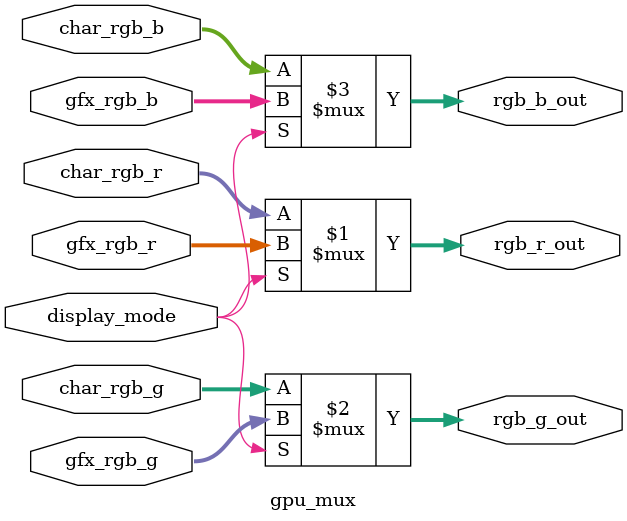
<source format=v>

module gpu_mux(
    // Display mode control
    input  wire        display_mode,       // 0=Character, 1=Graphics

    // Character GPU RGB inputs
    input  wire [7:0]  char_rgb_r,         // Character mode red
    input  wire [7:0]  char_rgb_g,         // Character mode green
    input  wire [7:0]  char_rgb_b,         // Character mode blue

    // Graphics GPU RGB inputs
    input  wire [7:0]  gfx_rgb_r,          // Graphics mode red
    input  wire [7:0]  gfx_rgb_g,          // Graphics mode green
    input  wire [7:0]  gfx_rgb_b,          // Graphics mode blue

    // Final RGB outputs (to DVI transmitter)
    output wire [7:0]  rgb_r_out,          // Selected red output
    output wire [7:0]  rgb_g_out,          // Selected green output
    output wire [7:0]  rgb_b_out           // Selected blue output
);

    //=========================================================================
    // RGB Multiplexer (Combinational)
    //=========================================================================

    // Simple 2:1 mux for each color channel
    // display_mode = 0 → character GPU output
    // display_mode = 1 → graphics GPU output

    assign rgb_r_out = display_mode ? gfx_rgb_r : char_rgb_r;
    assign rgb_g_out = display_mode ? gfx_rgb_g : char_rgb_g;
    assign rgb_b_out = display_mode ? gfx_rgb_b : char_rgb_b;

endmodule

</source>
